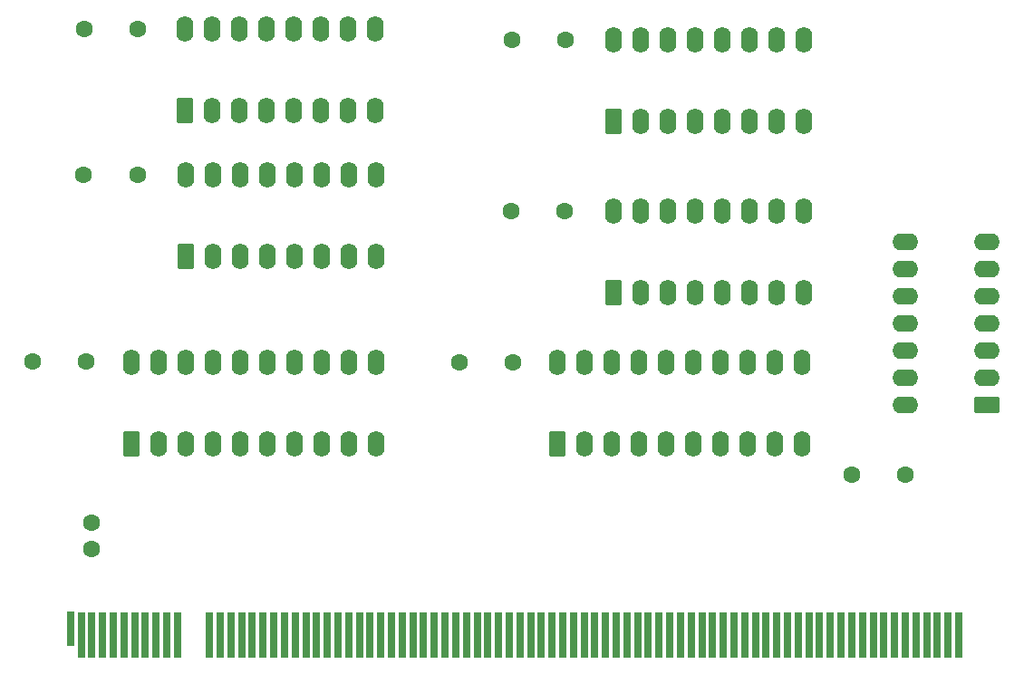
<source format=gbr>
%TF.GenerationSoftware,KiCad,Pcbnew,9.0.5*%
%TF.CreationDate,2025-11-19T18:54:23+02:00*%
%TF.ProjectId,step_counter,73746570-5f63-46f7-956e-7465722e6b69,rev?*%
%TF.SameCoordinates,Original*%
%TF.FileFunction,Soldermask,Bot*%
%TF.FilePolarity,Negative*%
%FSLAX46Y46*%
G04 Gerber Fmt 4.6, Leading zero omitted, Abs format (unit mm)*
G04 Created by KiCad (PCBNEW 9.0.5) date 2025-11-19 18:54:23*
%MOMM*%
%LPD*%
G01*
G04 APERTURE LIST*
G04 Aperture macros list*
%AMRoundRect*
0 Rectangle with rounded corners*
0 $1 Rounding radius*
0 $2 $3 $4 $5 $6 $7 $8 $9 X,Y pos of 4 corners*
0 Add a 4 corners polygon primitive as box body*
4,1,4,$2,$3,$4,$5,$6,$7,$8,$9,$2,$3,0*
0 Add four circle primitives for the rounded corners*
1,1,$1+$1,$2,$3*
1,1,$1+$1,$4,$5*
1,1,$1+$1,$6,$7*
1,1,$1+$1,$8,$9*
0 Add four rect primitives between the rounded corners*
20,1,$1+$1,$2,$3,$4,$5,0*
20,1,$1+$1,$4,$5,$6,$7,0*
20,1,$1+$1,$6,$7,$8,$9,0*
20,1,$1+$1,$8,$9,$2,$3,0*%
G04 Aperture macros list end*
%ADD10C,1.600000*%
%ADD11R,0.700000X3.200000*%
%ADD12R,0.700000X4.300000*%
%ADD13RoundRect,0.250000X0.550000X-0.950000X0.550000X0.950000X-0.550000X0.950000X-0.550000X-0.950000X0*%
%ADD14O,1.600000X2.400000*%
%ADD15RoundRect,0.250000X0.950000X0.550000X-0.950000X0.550000X-0.950000X-0.550000X0.950000X-0.550000X0*%
%ADD16O,2.400000X1.600000*%
G04 APERTURE END LIST*
D10*
%TO.C,C3*%
X111000000Y-104475735D03*
X116000000Y-104475735D03*
%TD*%
%TO.C,C2*%
X150850000Y-104495735D03*
X155850000Y-104495735D03*
%TD*%
%TO.C,C8*%
X192500000Y-115050000D03*
X187500000Y-115050000D03*
%TD*%
%TO.C,C4*%
X155710000Y-90380000D03*
X160710000Y-90380000D03*
%TD*%
D11*
%TO.C,BC1*%
X114500000Y-129450000D03*
D12*
X115500000Y-130000000D03*
X116500000Y-130000000D03*
X117500000Y-130000000D03*
X118500000Y-130000000D03*
X119500000Y-130000000D03*
X120500000Y-130000000D03*
X121500000Y-130000000D03*
X122500000Y-130000000D03*
X123500000Y-130000000D03*
X124500000Y-130000000D03*
X127500000Y-130000000D03*
X128500000Y-130000000D03*
X129500000Y-130000000D03*
X130500000Y-130000000D03*
X131500000Y-130000000D03*
X132500000Y-130000000D03*
X133500000Y-130000000D03*
X134500000Y-130000000D03*
X135500000Y-130000000D03*
X136500000Y-130000000D03*
X137500000Y-130000000D03*
X138500000Y-130000000D03*
X139500000Y-130000000D03*
X140500000Y-130000000D03*
X141500000Y-130000000D03*
X142500000Y-130000000D03*
X143500000Y-130000000D03*
X144500000Y-130000000D03*
X145500000Y-130000000D03*
X146500000Y-130000000D03*
X147500000Y-130000000D03*
X148500000Y-130000000D03*
X149500000Y-130000000D03*
X150500000Y-130000000D03*
X151500000Y-130000000D03*
X152500000Y-130000000D03*
X153500000Y-130000000D03*
X154500000Y-130000000D03*
X155500000Y-130000000D03*
X156500000Y-130000000D03*
X157500000Y-130000000D03*
X158500000Y-130000000D03*
X159500000Y-130000000D03*
X160500000Y-130000000D03*
X161500000Y-130000000D03*
X162500000Y-130000000D03*
X163500000Y-130000000D03*
X164500000Y-130000000D03*
X165500000Y-130000000D03*
X166500000Y-130000000D03*
X167500000Y-130000000D03*
X168500000Y-130000000D03*
X169500000Y-130000000D03*
X170500000Y-130000000D03*
X171500000Y-130000000D03*
X172500000Y-130000000D03*
X173500000Y-130000000D03*
X174500000Y-130000000D03*
X175500000Y-130000000D03*
X176500000Y-130000000D03*
X177500000Y-130000000D03*
X178500000Y-130000000D03*
X179500000Y-130000000D03*
X180500000Y-130000000D03*
X181500000Y-130000000D03*
X182500000Y-130000000D03*
X183500000Y-130000000D03*
X184500000Y-130000000D03*
X185500000Y-130000000D03*
X186500000Y-130000000D03*
X187500000Y-130000000D03*
X188500000Y-130000000D03*
X189500000Y-130000000D03*
X190500000Y-130000000D03*
X191500000Y-130000000D03*
X192500000Y-130000000D03*
X193500000Y-130000000D03*
X194500000Y-130000000D03*
X195500000Y-130000000D03*
X196500000Y-130000000D03*
X197500000Y-130000000D03*
%TD*%
D13*
%TO.C,U5*%
X165220000Y-98000000D03*
D14*
X167760000Y-98000000D03*
X170300000Y-98000000D03*
X172840000Y-98000000D03*
X175380000Y-98000000D03*
X177920000Y-98000000D03*
X180460000Y-98000000D03*
X183000000Y-98000000D03*
X183000000Y-90380000D03*
X180460000Y-90380000D03*
X177920000Y-90380000D03*
X175380000Y-90380000D03*
X172840000Y-90380000D03*
X170300000Y-90380000D03*
X167760000Y-90380000D03*
X165220000Y-90380000D03*
%TD*%
D15*
%TO.C,U1*%
X200120000Y-108500000D03*
D16*
X200120000Y-105960000D03*
X200120000Y-103420000D03*
X200120000Y-100880000D03*
X200120000Y-98340000D03*
X200120000Y-95800000D03*
X200120000Y-93260000D03*
X192500000Y-93260000D03*
X192500000Y-95800000D03*
X192500000Y-98340000D03*
X192500000Y-100880000D03*
X192500000Y-103420000D03*
X192500000Y-105960000D03*
X192500000Y-108500000D03*
%TD*%
D10*
%TO.C,C6*%
X155760000Y-74380000D03*
X160760000Y-74380000D03*
%TD*%
%TO.C,C5*%
X115750000Y-87000000D03*
X120750000Y-87000000D03*
%TD*%
D13*
%TO.C,U7*%
X120180000Y-112115735D03*
D14*
X122720000Y-112115735D03*
X125260000Y-112115735D03*
X127800000Y-112115735D03*
X130340000Y-112115735D03*
X132880000Y-112115735D03*
X135420000Y-112115735D03*
X137960000Y-112115735D03*
X140500000Y-112115735D03*
X143040000Y-112115735D03*
X143040000Y-104495735D03*
X140500000Y-104495735D03*
X137960000Y-104495735D03*
X135420000Y-104495735D03*
X132880000Y-104495735D03*
X130340000Y-104495735D03*
X127800000Y-104495735D03*
X125260000Y-104495735D03*
X122720000Y-104495735D03*
X120180000Y-104495735D03*
%TD*%
D13*
%TO.C,U6*%
X159992254Y-112135735D03*
D14*
X162532254Y-112135735D03*
X165072254Y-112135735D03*
X167612254Y-112135735D03*
X170152254Y-112135735D03*
X172692254Y-112135735D03*
X175232254Y-112135735D03*
X177772254Y-112135735D03*
X180312254Y-112135735D03*
X182852254Y-112135735D03*
X182852254Y-104515735D03*
X180312254Y-104515735D03*
X177772254Y-104515735D03*
X175232254Y-104515735D03*
X172692254Y-104515735D03*
X170152254Y-104515735D03*
X167612254Y-104515735D03*
X165072254Y-104515735D03*
X162532254Y-104515735D03*
X159992254Y-104515735D03*
%TD*%
D10*
%TO.C,C7*%
X120760000Y-73380000D03*
X115760000Y-73380000D03*
%TD*%
D13*
%TO.C,U2*%
X125220000Y-81000000D03*
D14*
X127760000Y-81000000D03*
X130300000Y-81000000D03*
X132840000Y-81000000D03*
X135380000Y-81000000D03*
X137920000Y-81000000D03*
X140460000Y-81000000D03*
X143000000Y-81000000D03*
X143000000Y-73380000D03*
X140460000Y-73380000D03*
X137920000Y-73380000D03*
X135380000Y-73380000D03*
X132840000Y-73380000D03*
X130300000Y-73380000D03*
X127760000Y-73380000D03*
X125220000Y-73380000D03*
%TD*%
D13*
%TO.C,U3*%
X125260000Y-94620000D03*
D14*
X127800000Y-94620000D03*
X130340000Y-94620000D03*
X132880000Y-94620000D03*
X135420000Y-94620000D03*
X137960000Y-94620000D03*
X140500000Y-94620000D03*
X143040000Y-94620000D03*
X143040000Y-87000000D03*
X140500000Y-87000000D03*
X137960000Y-87000000D03*
X135420000Y-87000000D03*
X132880000Y-87000000D03*
X130340000Y-87000000D03*
X127800000Y-87000000D03*
X125260000Y-87000000D03*
%TD*%
D13*
%TO.C,U4*%
X165220000Y-82000000D03*
D14*
X167760000Y-82000000D03*
X170300000Y-82000000D03*
X172840000Y-82000000D03*
X175380000Y-82000000D03*
X177920000Y-82000000D03*
X180460000Y-82000000D03*
X183000000Y-82000000D03*
X183000000Y-74380000D03*
X180460000Y-74380000D03*
X177920000Y-74380000D03*
X175380000Y-74380000D03*
X172840000Y-74380000D03*
X170300000Y-74380000D03*
X167760000Y-74380000D03*
X165220000Y-74380000D03*
%TD*%
D10*
%TO.C,C1*%
X116500000Y-121989010D03*
X116500000Y-119489010D03*
%TD*%
M02*

</source>
